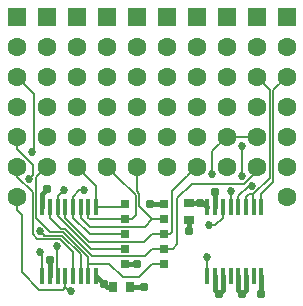
<source format=gtl>
G04 #@! TF.FileFunction,Copper,L1,Top,Signal*
%FSLAX46Y46*%
G04 Gerber Fmt 4.6, Leading zero omitted, Abs format (unit mm)*
G04 Created by KiCad (PCBNEW 4.0.1-stable) date 2016-02-27 01:30:11*
%MOMM*%
G01*
G04 APERTURE LIST*
%ADD10C,0.050800*%
%ADD11R,0.660400X0.939800*%
%ADD12R,0.355600X1.473200*%
%ADD13R,0.939800X0.660400*%
%ADD14C,1.600200*%
%ADD15R,1.600200X1.600200*%
%ADD16R,0.800000X0.700000*%
%ADD17C,0.787400*%
%ADD18C,0.685800*%
%ADD19C,0.381000*%
%ADD20C,0.152400*%
G04 APERTURE END LIST*
D10*
D11*
X9448800Y-24130000D03*
X10871200Y-24130000D03*
D12*
X8001000Y-17399000D03*
X7340600Y-17399000D03*
X6680200Y-17399000D03*
X6045200Y-17399000D03*
X5384800Y-17399000D03*
X4749800Y-17399000D03*
X4089400Y-17399000D03*
X3429000Y-17399000D03*
X3429000Y-23241000D03*
X4089400Y-23241000D03*
X4749800Y-23241000D03*
X5384800Y-23241000D03*
X6045200Y-23241000D03*
X6680200Y-23241000D03*
X7340600Y-23241000D03*
X8001000Y-23241000D03*
D13*
X15875000Y-17068800D03*
X15875000Y-18491200D03*
D12*
X17424400Y-23241000D03*
X18084800Y-23241000D03*
X18745200Y-23241000D03*
X19380200Y-23241000D03*
X20040600Y-23241000D03*
X20675600Y-23241000D03*
X21336000Y-23241000D03*
X21996400Y-23241000D03*
X21996400Y-17399000D03*
X21336000Y-17399000D03*
X20675600Y-17399000D03*
X20040600Y-17399000D03*
X19380200Y-17399000D03*
X18745200Y-17399000D03*
X18084800Y-17399000D03*
X17424400Y-17399000D03*
D14*
X1270000Y-16510000D03*
D15*
X1270000Y-1270000D03*
D14*
X1270000Y-3810000D03*
X1270000Y-6350000D03*
X1270000Y-8890000D03*
X1270000Y-11430000D03*
X1270000Y-13970000D03*
X24130000Y-16510000D03*
D15*
X24130000Y-1270000D03*
D14*
X24130000Y-3810000D03*
X24130000Y-6350000D03*
X24130000Y-8890000D03*
X24130000Y-11430000D03*
X24130000Y-13970000D03*
D16*
X10415000Y-22225000D03*
X10415000Y-20955000D03*
X10415000Y-19685000D03*
X10415000Y-18415000D03*
X10415000Y-17145000D03*
X13715000Y-17145000D03*
X13715000Y-18415000D03*
X13715000Y-19685000D03*
X13715000Y-20955000D03*
X13715000Y-22225000D03*
D15*
X3810000Y-1270000D03*
D14*
X3810000Y-3810000D03*
X3810000Y-6350000D03*
X3810000Y-8890000D03*
X3810000Y-11430000D03*
X3810000Y-13970000D03*
D15*
X6350000Y-1270000D03*
D14*
X6350000Y-3810000D03*
X6350000Y-6350000D03*
X6350000Y-8890000D03*
X6350000Y-11430000D03*
X6350000Y-13970000D03*
D15*
X8890000Y-1270000D03*
D14*
X8890000Y-3810000D03*
X8890000Y-6350000D03*
X8890000Y-8890000D03*
X8890000Y-11430000D03*
X8890000Y-13970000D03*
D15*
X11430000Y-1270000D03*
D14*
X11430000Y-3810000D03*
X11430000Y-6350000D03*
X11430000Y-8890000D03*
X11430000Y-11430000D03*
X11430000Y-13970000D03*
D15*
X13970000Y-1270000D03*
D14*
X13970000Y-3810000D03*
X13970000Y-6350000D03*
X13970000Y-8890000D03*
X13970000Y-11430000D03*
X13970000Y-13970000D03*
D15*
X16510000Y-1270000D03*
D14*
X16510000Y-3810000D03*
X16510000Y-6350000D03*
X16510000Y-8890000D03*
X16510000Y-11430000D03*
X16510000Y-13970000D03*
D15*
X19050000Y-1270000D03*
D14*
X19050000Y-3810000D03*
X19050000Y-6350000D03*
X19050000Y-8890000D03*
X19050000Y-11430000D03*
X19050000Y-13970000D03*
D15*
X21590000Y-1270000D03*
D14*
X21590000Y-3810000D03*
X21590000Y-6350000D03*
X21590000Y-8890000D03*
X21590000Y-11430000D03*
X21590000Y-13970000D03*
D17*
X4064000Y-21844000D03*
X16764000Y-17068800D03*
X8636000Y-23876000D03*
X12573000Y-17145000D03*
X11430000Y-22225000D03*
X18044395Y-16089014D03*
X21971000Y-24765000D03*
X20320000Y-24765000D03*
X18415000Y-24765000D03*
X15875000Y-19431000D03*
X3810000Y-15875000D03*
X12065000Y-24130000D03*
D18*
X2286306Y-15021779D03*
X3204132Y-19437407D03*
X17815497Y-14571960D03*
X19431000Y-16002000D03*
X4699000Y-20701000D03*
X2603500Y-12700000D03*
X6959175Y-15976621D03*
X5258112Y-15978611D03*
X17423716Y-21598001D03*
X5836504Y-24471938D03*
X3212523Y-21216332D03*
X17551400Y-18948400D03*
X20320000Y-14795500D03*
X21179973Y-15589603D03*
X20320000Y-12255500D03*
D19*
X4089400Y-23241000D02*
X4089400Y-21869400D01*
X4089400Y-21869400D02*
X4064000Y-21844000D01*
X16764000Y-17068800D02*
X17068800Y-17068800D01*
X15875000Y-17068800D02*
X16764000Y-17068800D01*
X9448800Y-24130000D02*
X8890000Y-24130000D01*
X8890000Y-24130000D02*
X8636000Y-23876000D01*
X13615000Y-17145000D02*
X12573000Y-17145000D01*
X10515000Y-22225000D02*
X11430000Y-22225000D01*
X8636000Y-23876000D02*
X8001000Y-23241000D01*
X17068800Y-17068800D02*
X17399000Y-17399000D01*
X18059400Y-17399000D02*
X18059400Y-16104019D01*
X18059400Y-16104019D02*
X18044395Y-16089014D01*
X21971000Y-23241000D02*
X21971000Y-24765000D01*
X20650200Y-23241000D02*
X20650200Y-24434800D01*
X20650200Y-24434800D02*
X20320000Y-24765000D01*
X20015200Y-23241000D02*
X20015200Y-24460200D01*
X20015200Y-24460200D02*
X20320000Y-24765000D01*
X18719800Y-23241000D02*
X18719800Y-24460200D01*
X18719800Y-24460200D02*
X18415000Y-24765000D01*
X18059400Y-23241000D02*
X18059400Y-24409400D01*
X18059400Y-24409400D02*
X18415000Y-24765000D01*
X15875000Y-18491200D02*
X15875000Y-19431000D01*
X3429000Y-17399000D02*
X3429000Y-16256000D01*
X3429000Y-16256000D02*
X3810000Y-15875000D01*
X10871200Y-24130000D02*
X12065000Y-24130000D01*
D20*
X2629205Y-13825529D02*
X2629205Y-14678880D01*
X1270000Y-12466324D02*
X2629205Y-13825529D01*
X2629205Y-14678880D02*
X2286306Y-15021779D01*
X1270000Y-11430000D02*
X1270000Y-12466324D01*
X5099577Y-19824688D02*
X3591413Y-19824688D01*
X3547031Y-19780306D02*
X3204132Y-19437407D01*
X3591413Y-19824688D02*
X3547031Y-19780306D01*
X6680200Y-21405311D02*
X5099577Y-19824688D01*
X6680200Y-23241000D02*
X6680200Y-21405311D01*
X19354800Y-17399000D02*
X19380333Y-17373467D01*
X19380333Y-17373467D02*
X19380333Y-16052667D01*
X19380333Y-16052667D02*
X19431000Y-16002000D01*
X19050000Y-11430000D02*
X19050090Y-11429910D01*
X19050090Y-11429910D02*
X21589910Y-11429910D01*
X21589910Y-11429910D02*
X21590000Y-11430000D01*
X17815497Y-14571960D02*
X17815497Y-12664503D01*
X17815497Y-12664503D02*
X19050000Y-11430000D01*
X4699000Y-20701000D02*
X4699000Y-23190200D01*
X4699000Y-23190200D02*
X4749800Y-23241000D01*
X1270000Y-6350000D02*
X2730500Y-7810500D01*
X2730500Y-7810500D02*
X2730500Y-12573000D01*
X2730500Y-12573000D02*
X2603500Y-12700000D01*
X21310600Y-16510000D02*
X21310600Y-16326376D01*
X21310600Y-16326376D02*
X22706866Y-14930110D01*
X22390099Y-7150099D02*
X21590000Y-6350000D01*
X22706866Y-14930110D02*
X22706866Y-7466866D01*
X22706866Y-7466866D02*
X22390099Y-7150099D01*
X21310600Y-16510000D02*
X21310600Y-16307961D01*
X21310600Y-16307961D02*
X20928439Y-16307961D01*
X20928439Y-16307961D02*
X20650200Y-16586200D01*
X20650200Y-16586200D02*
X20650200Y-17399000D01*
X21310600Y-17399000D02*
X21310600Y-16510000D01*
X2920999Y-14859001D02*
X2920999Y-18346024D01*
X3810000Y-13970000D02*
X2920999Y-14859001D01*
X4094852Y-19519877D02*
X5225833Y-19519877D01*
X5225833Y-19519877D02*
X7340600Y-21634644D01*
X2920999Y-18346024D02*
X4094852Y-19519877D01*
X7340600Y-21634644D02*
X7340600Y-22352000D01*
X7340600Y-22352000D02*
X7342353Y-22350247D01*
X11607740Y-23329899D02*
X12712639Y-22225000D01*
X7342353Y-22350247D02*
X7342353Y-22253461D01*
X7342353Y-22253461D02*
X7413797Y-22182017D01*
X7413797Y-22182017D02*
X9113328Y-22182017D01*
X9113328Y-22182017D02*
X10261210Y-23329899D01*
X10261210Y-23329899D02*
X11607740Y-23329899D01*
X12712639Y-22225000D02*
X13614400Y-22225000D01*
X7340600Y-22352000D02*
X7340600Y-23241000D01*
X8001000Y-17399000D02*
X8001000Y-15621000D01*
X8001000Y-15621000D02*
X6350000Y-13970000D01*
X8001000Y-17399000D02*
X10261000Y-17399000D01*
X10261000Y-17399000D02*
X10515000Y-17145000D01*
X10515000Y-18415000D02*
X11031378Y-18415000D01*
X11031378Y-18415000D02*
X11338537Y-18107841D01*
X11338537Y-18107841D02*
X11338537Y-16418537D01*
X11338537Y-16418537D02*
X9690099Y-14770099D01*
X9690099Y-14770099D02*
X8890000Y-13970000D01*
X7340600Y-17399000D02*
X7340600Y-18288000D01*
X7340600Y-18288000D02*
X7467600Y-18415000D01*
X7467600Y-18415000D02*
X10515000Y-18415000D01*
X13615000Y-18415000D02*
X12746151Y-18415000D01*
X12746151Y-18415000D02*
X11643348Y-17312197D01*
X11643348Y-17312197D02*
X11643348Y-16292281D01*
X11643348Y-16292281D02*
X11430000Y-16078933D01*
X11430000Y-16078933D02*
X11430000Y-15101512D01*
X11430000Y-15101512D02*
X11430000Y-13970000D01*
X12743176Y-18415000D02*
X13615000Y-18415000D01*
X12108176Y-19050000D02*
X12743176Y-18415000D01*
X6680200Y-18288000D02*
X7442200Y-19050000D01*
X7442200Y-19050000D02*
X12108176Y-19050000D01*
X6680200Y-17399000D02*
X6680200Y-18288000D01*
X6045200Y-16510000D02*
X6578579Y-15976621D01*
X6045200Y-17399000D02*
X6045200Y-16510000D01*
X6578579Y-15976621D02*
X6959175Y-15976621D01*
X6045200Y-17399000D02*
X6045200Y-18288000D01*
X6045200Y-18288000D02*
X7442200Y-19685000D01*
X7442200Y-19685000D02*
X10515000Y-19685000D01*
X13615000Y-19685000D02*
X14278021Y-19685000D01*
X14278021Y-19685000D02*
X14445201Y-19517820D01*
X14445201Y-19517820D02*
X14445201Y-16034799D01*
X14445201Y-16034799D02*
X15709901Y-14770099D01*
X15709901Y-14770099D02*
X16510000Y-13970000D01*
X5384800Y-17399000D02*
X5384800Y-18288000D01*
X5384800Y-18288000D02*
X7416800Y-20320000D01*
X7416800Y-20320000D02*
X12081860Y-20320000D01*
X12081860Y-20320000D02*
X12716860Y-19685000D01*
X12716860Y-19685000D02*
X13615000Y-19685000D01*
X4749800Y-17399000D02*
X4749800Y-18181710D01*
X9141732Y-20955000D02*
X10515600Y-20955000D01*
X4749800Y-18181710D02*
X7523090Y-20955000D01*
X7523090Y-20955000D02*
X9141732Y-20955000D01*
X4749800Y-16486923D02*
X4915213Y-16321510D01*
X4749800Y-17399000D02*
X4749800Y-16486923D01*
X4915213Y-16321510D02*
X5258112Y-15978611D01*
X13615000Y-20955000D02*
X14492404Y-20955000D01*
X20555248Y-15406076D02*
X21590000Y-14371324D01*
X14492404Y-20955000D02*
X14878142Y-20569262D01*
X14878142Y-20569262D02*
X14878142Y-16660736D01*
X14878142Y-16660736D02*
X16132802Y-15406076D01*
X16132802Y-15406076D02*
X20555248Y-15406076D01*
X21590000Y-14371324D02*
X21590000Y-13970000D01*
X4089400Y-17399000D02*
X4089400Y-18288000D01*
X4089400Y-18288000D02*
X5016466Y-19215066D01*
X5016466Y-19215066D02*
X5352089Y-19215066D01*
X5352089Y-19215066D02*
X7681822Y-21544799D01*
X7681822Y-21544799D02*
X12116228Y-21544799D01*
X12116228Y-21544799D02*
X12706027Y-20955000D01*
X12706027Y-20955000D02*
X13615000Y-20955000D01*
X13614400Y-20993100D02*
X13614400Y-20955000D01*
X1270000Y-16510000D02*
X1270000Y-17641512D01*
X1270000Y-17641512D02*
X1689111Y-18060623D01*
X1689111Y-18060623D02*
X1689111Y-22927070D01*
X1689111Y-22927070D02*
X3141992Y-24379951D01*
X3141992Y-24379951D02*
X5162812Y-24379951D01*
X5162812Y-24379951D02*
X5384800Y-24157963D01*
X5384800Y-24157963D02*
X5384800Y-23241000D01*
X5384800Y-23241000D02*
X5384800Y-24173763D01*
X5384800Y-24173763D02*
X5682975Y-24471938D01*
X5682975Y-24471938D02*
X5836504Y-24471938D01*
X17399000Y-23241000D02*
X17423716Y-23216284D01*
X17423716Y-23216284D02*
X17423716Y-22082934D01*
X17423716Y-22082934D02*
X17423716Y-21598001D01*
X3032720Y-20129499D02*
X4973321Y-20129499D01*
X6045200Y-21201378D02*
X6045200Y-22352000D01*
X1270000Y-13970000D02*
X1270000Y-14813723D01*
X2616188Y-19712967D02*
X3032720Y-20129499D01*
X2616188Y-16159911D02*
X2616188Y-19712967D01*
X1270000Y-14813723D02*
X2616188Y-16159911D01*
X4973321Y-20129499D02*
X6045200Y-21201378D01*
X6045200Y-22352000D02*
X6045200Y-23241000D01*
X24130000Y-6350000D02*
X23011677Y-7468323D01*
X23011677Y-7468323D02*
X23011677Y-15246153D01*
X23011677Y-15246153D02*
X21984983Y-16272847D01*
X21984983Y-17385017D02*
X21971000Y-17399000D01*
X21984983Y-16272847D02*
X21984983Y-17385017D01*
X3429000Y-23241000D02*
X3429000Y-21432809D01*
X3429000Y-21432809D02*
X3212523Y-21216332D01*
X17551400Y-18948400D02*
X18059400Y-18948400D01*
X18059400Y-18948400D02*
X18719800Y-18288000D01*
X18719800Y-18288000D02*
X18719800Y-17399000D01*
X20015200Y-17399000D02*
X20037492Y-17376708D01*
X20037492Y-17376708D02*
X20037492Y-16450328D01*
X20037492Y-16450328D02*
X20898217Y-15589603D01*
X20898217Y-15589603D02*
X21179973Y-15589603D01*
X20320000Y-12255500D02*
X20320000Y-14795500D01*
M02*

</source>
